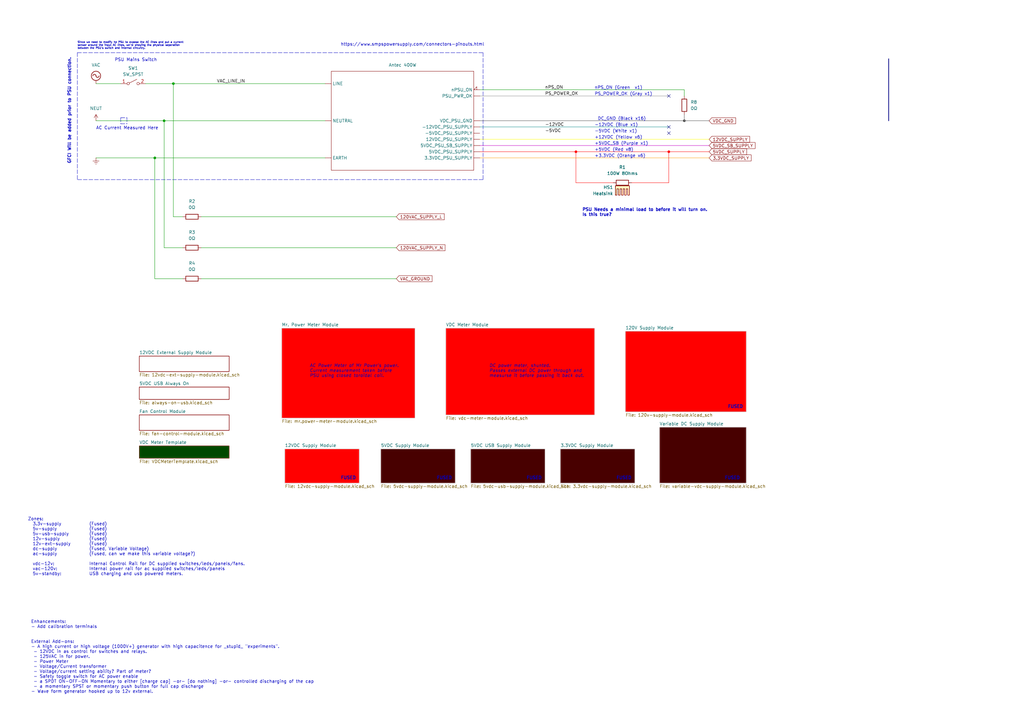
<source format=kicad_sch>
(kicad_sch (version 20211123) (generator eeschema)
  (paper "A3")
  (title_block (title "Mr. Powers") (date "2022-05-20") (rev "0.0.0-draft") (company "eatmellc"))
  (lib_symbols
    (symbol "Device:R" (pin_numbers hide) (pin_names (offset 0))
      (property "Reference" "R" (at 2.032 0 90))
      (property "Value" "R" (at 0 0 90))
      (symbol "R_0_1"
        (rectangle (start -1.016 -2.54) (end 1.016 2.54) (stroke (width 0.254)))
      )
      (symbol "R_1_1"
        (pin passive line (at 0 3.81 270) (length 1.27) (name "~") (number "1"))
        (pin passive line (at 0 -3.81 90) (length 1.27) (name "~") (number "2"))
      )
    )
    (symbol "Mechanical:Heatsink" (pin_names (offset 1.016))
      (property "Reference" "HS" (at 0 5.08 0))
      (property "Value" "Heatsink" (at 0 -1.27 0))
      (symbol "Heatsink_0_1"
        (polyline (pts (xy -0.3302 1.27) (xy -0.9652 1.27) (xy -0.9652 3.81) (xy -1.6002 3.81) (xy -1.6002 1.27) (xy -2.2352 1.27) (xy -2.2352 3.81) (xy -2.8702 3.81) (xy -2.8702 0) (xy -0.9652 0)) (stroke (width 0.254)) (fill (type background)))
        (polyline (pts (xy -0.3302 1.27) (xy -0.3302 3.81) (xy 0.3048 3.81) (xy 0.3048 1.27) (xy 0.9398 1.27) (xy 0.9398 3.81) (xy 1.5748 3.81) (xy 1.5748 1.27) (xy 2.2098 1.27) (xy 2.2098 3.81) (xy 2.8448 3.81) (xy 2.8448 0) (xy -0.9652 0)) (stroke (width 0.254)) (fill (type background)))
      )
    )
    (symbol "Switch:SW_SPST" (pin_names (offset 0) hide)
      (property "Reference" "SW" (at 0 3.175 0))
      (property "Value" "SW_SPST" (at 0 -2.54 0))
      (symbol "SW_SPST_0_0"
        (circle (center -2.032 0) (radius 0.508))
        (polyline (pts (xy -1.524 0.254) (xy 1.524 1.778)))
        (circle (center 2.032 0) (radius 0.508))
      )
      (symbol "SW_SPST_1_1"
        (pin passive line (at -5.08 0 0) (length 2.54) (name "A") (number "1"))
        (pin passive line (at 5.08 0 180) (length 2.54) (name "B") (number "2"))
      )
    )
    (symbol "bvm-library:PSU"
      (property "Reference" "U" (at -12.7 17.78 0))
      (property "Value" "PSU" (at -12.7 12.7 0))
      (symbol "PSU_0_1"
        (rectangle (start -40.64 15.24) (end 17.78 -25.4))
      )
      (symbol "PSU_1_1"
        (pin power_out line (at 20.32 -7.62 180) (length 2.54) (name "-12VDC_PSU_SUPPLY") (number ""))
        (pin power_out line (at 20.32 -10.16 180) (length 2.54) (name "-5VDC_PSU_SUPPLY") (number ""))
        (pin power_out line (at 20.32 -12.7 180) (length 2.54) (name "12VDC_PSU_SUPPLY") (number ""))
        (pin power_out line (at 20.32 -20.32 180) (length 2.54) (name "3.3VDC_PSU_SUPPLY") (number ""))
        (pin power_out line (at 20.32 -15.24 180) (length 2.54) (name "5VDC_PSU_SB_SUPPLY") (number ""))
        (pin power_out line (at 20.32 -17.78 180) (length 2.54) (name "5VDC_PSU_SUPPLY") (number ""))
        (pin passive line (at -43.18 -20.32 0) (length 2.54) (name "EARTH") (number ""))
        (pin power_in line (at -43.18 10.16 0) (length 2.54) (name "LINE") (number ""))
        (pin power_out line (at -43.18 -5.08 0) (length 2.54) (name "NEUTRAL") (number ""))
        (pin input input_low (at 20.32 7.62 180) (length 2.54) (name "nPSU_ON") (number ""))
        (pin input line (at 20.32 5.08 180) (length 2.54) (name "PSU_PWR_OK") (number ""))
        (pin power_in line (at 20.32 -5.08 180) (length 2.54) (name "VDC_PSU_GND") (number ""))
      )
    )
    (symbol "power:Earth" (power) (pin_names (offset 0))
      (symbol "Earth_0_1"
        (polyline (pts (xy -0.635 -1.905) (xy 0.635 -1.905)))
        (polyline (pts (xy -0.127 -2.54) (xy 0.127 -2.54)))
        (polyline (pts (xy 0 -1.27) (xy 0 0)))
        (polyline (pts (xy 1.27 -1.27) (xy -1.27 -1.27)))
      )
      (symbol "Earth_1_1"
        (pin power_in line (at 0 0 270) (length 0) hide (name "Earth") (number "1"))
      )
    )
    (symbol "power:NEUT" (power) (pin_names (offset 0))
      (property "Value" "NEUT" (at 0 3.81 0))
      (symbol "NEUT_0_1"
        (polyline (pts (xy -0.762 1.27) (xy 0 2.54)))
        (polyline (pts (xy 0 0) (xy 0 2.54)))
        (polyline (pts (xy 0 2.54) (xy 0.762 1.27)))
      )
      (symbol "NEUT_1_1"
        (pin power_in line (at 0 0 90) (length 0) hide (name "NEUT") (number "1"))
      )
    )
    (symbol "power:VAC" (power) (pin_names (offset 0))
      (property "Value" "VAC" (at 0 6.35 0))
      (symbol "VAC_0_1"
        (polyline (pts (xy 0 0) (xy 0 1.27)))
        (arc (start 0 3.175) (mid -0.635 3.81) (end -1.27 3.175) (stroke (width 0.254)))
        (arc (start 0 3.175) (mid 0.635 2.54) (end 1.27 3.175) (stroke (width 0.254)))
        (circle (center 0 3.175) (radius 1.905) (stroke (width 0.254)))
      )
      (symbol "VAC_1_1"
        (pin power_in line (at 0 0 90) (length 0) hide (name "VAC") (number "1"))
      )
    )
  )
  (bus_alias "MR_POWERS_BUS" (members "VDC_GND" "12VDC_SUPPLY" "5VDC_SB_SUPPLY" "5VDC_SUPPLY" "3.3VDC_SUPPLY" "VAC_GND" "VAC_LINE" "VAC_NEUT"))
  (junction (at 236.22 62.23) (color 255 0 0 1))
  (junction (at 67.31 49.53))
  (junction (at 274.32 62.23) (color 255 0 0 1))
  (junction (at 71.12 34.29))
  (junction (at 280.67 49.53) (color 72 72 72 1))
  (junction (at 63.5 64.77))
  (no_connect (at 274.32 39.37))
  (no_connect (at 274.32 54.61))
  (no_connect (at 274.32 52.07))
  (wire (pts (xy 196.85 39.37) (xy 274.32 39.37)) (stroke (width 0) (color 132 132 132 1)))
  (wire (pts (xy 196.85 57.15) (xy 290.83 57.15)) (stroke (width 0) (color 255 255 0 1)))
  (wire (pts (xy 274.32 62.23) (xy 274.32 74.93)) (stroke (width 0) (color 255 0 0 1)))
  (wire (pts (xy 63.5 64.77) (xy 133.35 64.77)))
  (wire (pts (xy 280.67 46.99) (xy 280.67 49.53)) (stroke (width 0) (color 72 72 72 1)))
  (wire (pts (xy 196.85 36.83) (xy 280.67 36.83)))
  (bus (pts (xy 364.49 24.13) (xy 364.49 49.53)))
  (polyline (pts (xy 49.53 48.26) (xy 52.07 48.26)))
  (wire (pts (xy 82.55 101.6) (xy 162.56 101.6)))
  (polyline (pts (xy 31.75 21.59) (xy 198.12 21.59)))
  (wire (pts (xy 63.5 114.3) (xy 74.93 114.3)))
  (wire (pts (xy 67.31 49.53) (xy 133.35 49.53)))
  (wire (pts (xy 63.5 64.77) (xy 63.5 114.3)))
  (polyline (pts (xy 198.12 73.66) (xy 31.75 73.66)))
  (wire (pts (xy 67.31 101.6) (xy 74.93 101.6)))
  (wire (pts (xy 280.67 49.53) (xy 290.83 49.53)) (stroke (width 0) (color 72 72 72 1)))
  (wire (pts (xy 196.85 52.07) (xy 274.32 52.07)) (stroke (width 0) (color 0 132 132 1)))
  (wire (pts (xy 196.85 64.77) (xy 290.83 64.77)) (stroke (width 0) (color 255 153 0 1)))
  (wire (pts (xy 39.37 34.29) (xy 49.53 34.29)))
  (wire (pts (xy 274.32 74.93) (xy 259.08 74.93)) (stroke (width 0) (color 255 0 0 1)))
  (wire (pts (xy 274.32 62.23) (xy 290.83 62.23)) (stroke (width 0) (color 255 0 0 1)))
  (wire (pts (xy 196.85 59.69) (xy 290.83 59.69)) (stroke (width 0) (color 194 0 194 1)))
  (polyline (pts (xy 198.12 21.59) (xy 198.12 73.66)))
  (wire (pts (xy 196.85 54.61) (xy 274.32 54.61)) (stroke (width 0) (color 255 255 255 1)))
  (wire (pts (xy 196.85 49.53) (xy 280.67 49.53)) (stroke (width 0) (color 72 72 72 1)))
  (wire (pts (xy 39.37 49.53) (xy 67.31 49.53)))
  (wire (pts (xy 236.22 62.23) (xy 274.32 62.23)) (stroke (width 0) (color 255 0 0 1)))
  (wire (pts (xy 82.55 114.3) (xy 162.56 114.3)))
  (wire (pts (xy 280.67 36.83) (xy 280.67 39.37)))
  (wire (pts (xy 196.85 62.23) (xy 236.22 62.23)) (stroke (width 0) (color 255 0 0 1)))
  (polyline (pts (xy 52.07 48.26) (xy 52.07 50.8)))
  (wire (pts (xy 71.12 34.29) (xy 133.35 34.29)))
  (polyline (pts (xy 49.53 50.8) (xy 52.07 50.8)))
  (polyline (pts (xy 31.75 21.59) (xy 31.75 73.66)))
  (wire (pts (xy 82.55 88.9) (xy 162.56 88.9)))
  (wire (pts (xy 71.12 88.9) (xy 74.93 88.9)))
  (wire (pts (xy 236.22 74.93) (xy 236.22 62.23)) (stroke (width 0) (color 255 0 0 1)))
  (wire (pts (xy 67.31 49.53) (xy 67.31 101.6)))
  (wire (pts (xy 236.22 74.93) (xy 251.46 74.93)) (stroke (width 0) (color 255 0 0 1)))
  (polyline (pts (xy 49.53 48.26) (xy 49.53 50.8)))
  (wire (pts (xy 39.37 64.77) (xy 63.5 64.77)))
  (wire (pts (xy 71.12 34.29) (xy 71.12 88.9)))
  (wire (pts (xy 71.12 34.29) (xy 59.69 34.29)))
  (text "DC_GND (Black x16)" (at 245.11 49.53 0) (effects (font (size 1.27 1.27)) (justify left bottom)))
  (text "PS_POWER_OK (Gray x1)" (at 243.84 39.37 0) (effects (font (size 1.27 1.27)) (justify left bottom)))
  (text "PSU Needs a minimal load to before it will turn on.\nIs this true?" (at 238.76 88.9 0) (effects (font (size 1.27 1.27) bold) (justify left bottom)))
  (text "FUSED" (at 297.18 196.85 0) (effects (font (size 1.27 1.27) (thickness 0.254) bold) (justify left bottom)))
  (text "nPS_ON (Green  x1)" (at 243.84 36.83 0) (effects (font (size 1.27 1.27)) (justify left bottom)))
  (text "FUSED" (at 179.07 196.85 0) (effects (font (size 1.27 1.27) (thickness 0.254) bold) (justify left bottom)))
  (text "FUSED" (at 215.9 196.85 0) (effects (font (size 1.27 1.27) (thickness 0.254) bold) (justify left bottom)))
  (text "Zones:\n  3.3v-supply	 	(Fused)\n  5v-supply		 	(Fused)\n  5v-usb-supply	 	(Fused)\n  12v-supply		(Fused)\n  12v-ext-supply	(Fused)\n  dc-supply			(Fused, Variable Voltage)\n  ac-supply			(Fused, can we make this variable voltage?)\n\n  vdc-12v:			Internal Control Rail for DC supplied switches/leds/panels/fans.\n  vac-120v:			Internal power rail for ac supplied switches/leds/panels\n  5v-standby:		USB charging and usb powered meters." (at 11.43 236.22 0) (effects (font (size 1.27 1.27)) (justify left bottom)))
  (text "Enhancements:\n- Add calibration terminals\n\n\nExternal Add-ons:\n- A high current or high voltage (1000V+) generator with high capacitence for _stupid_ \"experiments\".\n - 12VDC in as control for switches and relays.\n - 125VAC in for power.\n - Power Meter\n - Voltage/Current transformer\n - Voltage/current setting ability? Part of meter?\n - Safety toggle switch for AC power enable\n - a SPDT ON-OFF-ON Momentary to either [charge cap] -or- [do nothing] -or- controlled discharging of the cap \n - a momentary SPST or momentary push button for full cap discharge\n- Wave form generator hooked up to 12v external.\n" (at 12.7 284.48 0) (effects (font (size 1.27 1.27)) (justify left bottom)))
  (text "AC Current Measured Here" (at 39.37 53.34 0) (effects (font (size 1.27 1.27)) (justify left bottom)))
  (text "FUSED" (at 252.73 196.85 0) (effects (font (size 1.27 1.27) (thickness 0.254) bold) (justify left bottom)))
  (text "+12VDC (Yellow x6)" (at 243.84 57.15 0) (effects (font (size 1.27 1.27)) (justify left bottom)))
  (text "PSU Mains Switch\n" (at 46.99 25.4 0) (effects (font (size 1.27 1.27)) (justify left bottom)))
  (text "DC power meter, shunted.  \nPasses external DC power through and \nmeasurse it before passing it back out." (at 200.66 154.94 0) (effects (font (size 1.27 1.27) italic) (justify left bottom)))
  (text "FUSED" (at 298.45 167.64 0) (effects (font (size 1.27 1.27) (thickness 0.254) bold) (justify left bottom)))
  (text "AC Power Meter of Mr Power's power.\nCurrent measurement taken before \nPSU using closed toroidal coil." (at 127 154.94 0) (effects (font (size 1.27 1.27) italic) (justify left bottom)))
  (text "Since we need to modify he PSU to expose the AC lines and put a current \nsensor around the input AC lines, we're showing tha physical seperation \nbetween the PSU's switch and internal circuitry." (at 31.75 20.32 0) (effects (font (size 0.75 0.75)) (justify left bottom)))
  (text "+5VDC_SB (Purple x1)" (at 243.84 59.69 0) (effects (font (size 1.27 1.27)) (justify left bottom)))
  (text "FUSED" (at 139.7 196.85 0) (effects (font (size 1.27 1.27) (thickness 0.254) bold) (justify left bottom)))
  (text "+3.3VDC (Orange x6)" (at 243.84 64.77 0) (effects (font (size 1.27 1.27)) (justify left bottom)))
  (text "https://www.smpspowersupply.com/connectors-pinouts.html" (at 139.7 19.05 0) (effects (font (size 1.27 1.27)) (justify left bottom)))
  (text "GFCI Will be added prior to PSU connection." (at 29.21 67.31 90) (effects (font (size 1.27 1.27) bold) (justify left bottom)))
  (text "-12VDC (Blue x1)" (at 243.84 52.07 0) (effects (font (size 1.27 1.27)) (justify left bottom)))
  (text "+5VDC (Red x8)" (at 243.84 62.23 0) (effects (font (size 1.27 1.27)) (justify left bottom)))
  (text "-5VDC (White x1)" (at 243.84 54.61 0) (effects (font (size 1.27 1.27)) (justify left bottom)))
  (label "VAC_LINE_IN" (at 88.9 34.29 0))
  (label "nPS_ON" (at 223.52 36.83 0))
  (label "-12VDC" (at 223.52 52.07 0))
  (label "PS_POWER_OK" (at 223.52 39.37 0))
  (label "-5VDC" (at 223.52 54.61 0))
  (global_label "120VAC_SUPPLY_L" (shape input) (at 162.56 88.9 0) (property "Intersheet References" "${INTERSHEET_REFS}" (at 182.2088 88.8206 0) (effects (justify left))))
  (global_label "3.3VDC_SUPPLY" (shape input) (at 290.83 64.77 0) (property "Intersheet References" "${INTERSHEET_REFS}" (at 308.0598 64.6906 0) (effects (justify left))))
  (global_label "120VAC_SUPPLY_N" (shape input) (at 162.56 101.6 0) (property "Intersheet References" "${INTERSHEET_REFS}" (at 182.5112 101.5206 0) (effects (justify left))))
  (global_label "5VDC_SB_SUPPLY" (shape input) (at 290.83 59.69 0) (property "Intersheet References" "${INTERSHEET_REFS}" (at 309.6926 59.6106 0) (effects (justify left))))
  (global_label "VDC_GND" (shape input) (at 290.83 49.53 0) (property "Intersheet References" "${INTERSHEET_REFS}" (at 301.7098 49.4506 0) (effects (justify left))))
  (global_label "5VDC_SUPPLY" (shape input) (at 290.83 62.23 0) (property "Intersheet References" "${INTERSHEET_REFS}" (at 306.2455 62.1506 0) (effects (justify left))))
  (global_label "VAC_GROUND" (shape input) (at 162.56 114.3 0) (property "Intersheet References" "${INTERSHEET_REFS}" (at 177.1893 114.2206 0) (effects (justify left))))
  (global_label "12VDC_SUPPLY" (shape input) (at 290.83 57.15 0) (property "Intersheet References" "${INTERSHEET_REFS}" (at 307.455 57.0706 0) (effects (justify left))))
  (symbol (lib_id "power:VAC") (at 39.37 34.29 0) (unit 1)
    (property "Reference" "#PWR0101" (effects hide))
    (property "Value" "VAC" (at 39.37 26.67 0))
  )
  (symbol (lib_id "Device:R") (at 78.74 114.3 90) (unit 1)
    (property "Reference" "R4" (at 78.74 107.95 90))
    (property "Value" "0Ω" (at 78.74 110.49 90))
  )
  (symbol (lib_id "Device:R") (at 280.67 43.18 180) (unit 1)
    (property "Reference" "R8" (at 283.21 41.9099 0) (effects (justify right)))
    (property "Value" "0Ω" (at 283.21 44.4499 0) (effects (justify right)))
  )
  (symbol (lib_id "Device:R") (at 78.74 88.9 90) (unit 1)
    (property "Reference" "R2" (at 78.74 82.55 90))
    (property "Value" "0Ω" (at 78.74 85.09 90))
  )
  (symbol (lib_id "Device:R") (at 255.27 74.93 90) (unit 1)
    (property "Reference" "R1" (at 255.27 68.58 90))
    (property "Value" "100W 8Ohms" (at 255.27 71.12 90))
  )
  (symbol (lib_id "bvm-library:PSU") (at 176.53 44.45 0) (unit 1) (in_bom no) (on_board no)
    (property "Reference" "U2" (effects hide))
    (property "Value" "Antec 400W" (at 165.1 26.67 0))
  )
  (symbol (lib_id "power:NEUT") (at 39.37 49.53 0) (unit 1)
    (property "Reference" "#PWR0102" (effects hide))
    (property "Value" "NEUT" (at 39.37 44.45 0))
  )
  (symbol (lib_id "Switch:SW_SPST") (at 54.61 34.29 0) (unit 1) (in_bom no) (on_board no)
    (property "Reference" "SW1" (at 54.61 27.94 0))
    (property "Value" "SW_SPST" (at 54.61 30.48 0))
  )
  (symbol (lib_id "Mechanical:Heatsink") (at 255.27 76.2 0) (mirror x) (unit 1)
    (property "Reference" "HS1" (at 251.46 76.8349 0) (effects (justify right)))
    (property "Value" "Heatsink" (at 251.46 79.3749 0) (effects (justify right)))
  )
  (symbol (lib_id "power:Earth") (at 39.37 64.77 0) (unit 1)
    (property "Reference" "#PWR0107" (effects hide))
    (property "Value" "Earth" (effects hide))
  )
  (symbol (lib_id "Device:R") (at 78.74 101.6 90) (unit 1)
    (property "Reference" "R3" (at 78.74 95.25 90))
    (property "Value" "0Ω" (at 78.74 97.79 90))
  )
  (sheet (at 57.15 170.18) (size 36.83 6.35) (stroke (width 0.1524))
    (property "Sheet name" "Fan Control Module" (at 57.15 169.4684 0) (effects (justify left bottom)))
    (property "Sheet file" "fan-control-module.kicad_sch" (at 57.15 177.1146 0) (effects (justify left top)))
  )
  (sheet (at 229.87 184.15) (size 30.48 13.97) (stroke (width 0.1524) (color 194 194 194 1)) (fill (color 72 0 0 1.0000))
    (property "Sheet name" "3.3VDC Supply Module" (at 229.87 183.4384 0) (effects (justify left bottom)))
    (property "Sheet file" "3.3vdc-supply-module.kicad_sch" (at 229.87 198.7046 0) (effects (justify left top)))
  )
  (sheet (at 156.21 184.15) (size 30.48 13.97) (stroke (width 0.1524) (color 194 194 194 1)) (fill (color 72 0 0 1.0000))
    (property "Sheet name" "5VDC Supply Module" (at 156.21 183.4384 0) (effects (justify left bottom)))
    (property "Sheet file" "5vdc-supply-module.kicad_sch" (at 156.21 198.7046 0) (effects (justify left top)))
  )
  (sheet (at 116.84 184.15) (size 30.48 13.97) (stroke (width 0.1524) (color 194 194 194 1)) (fill (color 255 0 0 1.0000))
    (property "Sheet name" "12VDC Supply Module" (at 116.84 183.4384 0) (effects (justify left bottom)))
    (property "Sheet file" "12vdc-supply-module.kicad_sch" (at 116.84 198.7046 0) (effects (justify left top)))
  )
  (sheet (at 256.54 135.89) (size 49.53 33.02) (stroke (width 0.1524) (color 194 194 194 1)) (fill (color 255 0 0 1.0000))
    (property "Sheet name" "120V Supply Module" (at 256.54 135.1784 0) (effects (justify left bottom)))
    (property "Sheet file" "120v-supply-module.kicad_sch" (at 256.54 169.4946 0) (effects (justify left top)))
  )
  (sheet (at 57.15 158.75) (size 36.83 5.08) (stroke (width 0.1524))
    (property "Sheet name" "5VDC USB Always On" (at 57.15 158.0384 0) (effects (justify left bottom)))
    (property "Sheet file" "always-on-usb.kicad_sch" (at 57.15 164.4146 0) (effects (justify left top)))
  )
  (sheet (at 270.51 175.26) (size 35.56 22.86) (stroke (width 0.1524) (color 194 194 194 1)) (fill (color 72 0 0 1.0000))
    (property "Sheet name" "Variable DC Supply Module" (at 270.51 174.5484 0) (effects (justify left bottom)))
    (property "Sheet file" "variable-vdc-supply-module.kicad_sch" (at 270.51 198.7046 0) (effects (justify left top)))
  )
  (sheet (at 115.57 134.62) (size 54.61 36.83) (stroke (width 0.1524) (color 194 194 194 1)) (fill (color 255 0 0 1.0000))
    (property "Sheet name" "Mr. Power Meter Module" (at 115.57 133.9084 0) (effects (justify left bottom)))
    (property "Sheet file" "mr.power-meter-module.kicad_sch" (at 115.57 172.0346 0) (effects (justify left top)))
  )
  (sheet (at 182.88 134.62) (size 60.96 35.56) (stroke (width 0.1524) (color 194 194 194 1)) (fill (color 255 0 0 1.0000))
    (property "Sheet name" "VDC Meter Module" (at 182.88 133.9084 0) (effects (justify left bottom)))
    (property "Sheet file" "vdc-meter-module.kicad_sch" (at 182.88 170.7646 0) (effects (justify left top)))
  )
  (sheet (at 57.15 146.05) (size 36.83 6.35) (stroke (width 0.1524))
    (property "Sheet name" "12VDC External Supply Module" (at 57.15 145.3384 0) (effects (justify left bottom)))
    (property "Sheet file" "12vdc-ext-supply-module.kicad_sch" (at 57.15 152.9846 0) (effects (justify left top)))
  )
  (sheet (at 57.15 182.88) (size 36.83 5.08) (stroke (width 0.1524)) (fill (color 0 72 0 1.0000))
    (property "Sheet name" "VDC Meter Template" (at 57.15 182.1684 0) (effects (justify left bottom)))
    (property "Sheet file" "VDCMeterTemplate.kicad_sch" (at 57.15 188.5446 0) (effects (justify left top)))
  )
  (sheet (at 193.04 184.15) (size 30.48 13.97) (stroke (width 0.1524) (color 194 194 194 1)) (fill (color 72 0 0 1.0000))
    (property "Sheet name" "5VDC USB Supply Module" (at 193.04 183.4384 0) (effects (justify left bottom)))
    (property "Sheet file" "5vdc-usb-supply-module.kicad_sch" (at 193.04 198.7046 0) (effects (justify left top)))
  )
)
</source>
